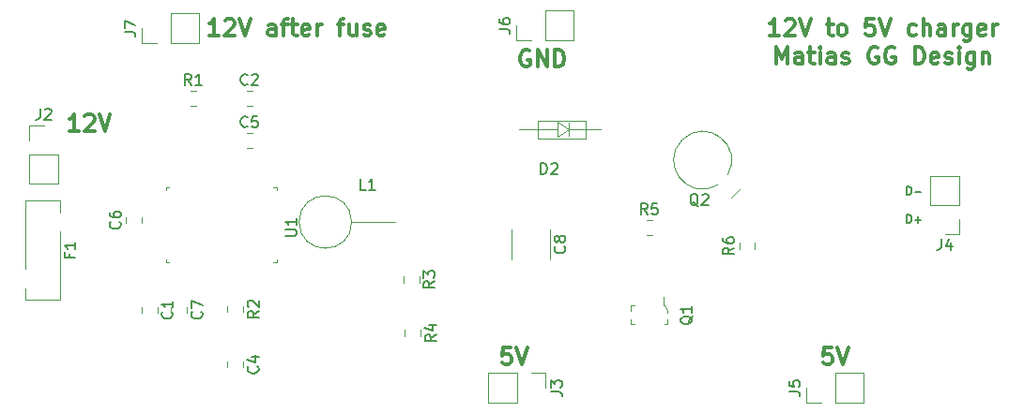
<source format=gbr>
G04 #@! TF.GenerationSoftware,KiCad,Pcbnew,5.1.4-e60b266~84~ubuntu18.04.1*
G04 #@! TF.CreationDate,2019-09-29T22:34:52+02:00*
G04 #@! TF.ProjectId,Circuit,43697263-7569-4742-9e6b-696361645f70,rev?*
G04 #@! TF.SameCoordinates,Original*
G04 #@! TF.FileFunction,Legend,Top*
G04 #@! TF.FilePolarity,Positive*
%FSLAX46Y46*%
G04 Gerber Fmt 4.6, Leading zero omitted, Abs format (unit mm)*
G04 Created by KiCad (PCBNEW 5.1.4-e60b266~84~ubuntu18.04.1) date 2019-09-29 22:34:52*
%MOMM*%
%LPD*%
G04 APERTURE LIST*
%ADD10C,0.300000*%
%ADD11C,0.187500*%
%ADD12C,0.120000*%
%ADD13C,0.100000*%
%ADD14C,0.150000*%
G04 APERTURE END LIST*
D10*
X92750571Y-87292571D02*
X91893428Y-87292571D01*
X92322000Y-87292571D02*
X92322000Y-85792571D01*
X92179142Y-86006857D01*
X92036285Y-86149714D01*
X91893428Y-86221142D01*
X93322000Y-85935428D02*
X93393428Y-85864000D01*
X93536285Y-85792571D01*
X93893428Y-85792571D01*
X94036285Y-85864000D01*
X94107714Y-85935428D01*
X94179142Y-86078285D01*
X94179142Y-86221142D01*
X94107714Y-86435428D01*
X93250571Y-87292571D01*
X94179142Y-87292571D01*
X94607714Y-85792571D02*
X95107714Y-87292571D01*
X95607714Y-85792571D01*
X97893428Y-87292571D02*
X97893428Y-86506857D01*
X97822000Y-86364000D01*
X97679142Y-86292571D01*
X97393428Y-86292571D01*
X97250571Y-86364000D01*
X97893428Y-87221142D02*
X97750571Y-87292571D01*
X97393428Y-87292571D01*
X97250571Y-87221142D01*
X97179142Y-87078285D01*
X97179142Y-86935428D01*
X97250571Y-86792571D01*
X97393428Y-86721142D01*
X97750571Y-86721142D01*
X97893428Y-86649714D01*
X98393428Y-86292571D02*
X98964857Y-86292571D01*
X98607714Y-87292571D02*
X98607714Y-86006857D01*
X98679142Y-85864000D01*
X98822000Y-85792571D01*
X98964857Y-85792571D01*
X99250571Y-86292571D02*
X99822000Y-86292571D01*
X99464857Y-85792571D02*
X99464857Y-87078285D01*
X99536285Y-87221142D01*
X99679142Y-87292571D01*
X99822000Y-87292571D01*
X100893428Y-87221142D02*
X100750571Y-87292571D01*
X100464857Y-87292571D01*
X100322000Y-87221142D01*
X100250571Y-87078285D01*
X100250571Y-86506857D01*
X100322000Y-86364000D01*
X100464857Y-86292571D01*
X100750571Y-86292571D01*
X100893428Y-86364000D01*
X100964857Y-86506857D01*
X100964857Y-86649714D01*
X100250571Y-86792571D01*
X101607714Y-87292571D02*
X101607714Y-86292571D01*
X101607714Y-86578285D02*
X101679142Y-86435428D01*
X101750571Y-86364000D01*
X101893428Y-86292571D01*
X102036285Y-86292571D01*
X103464857Y-86292571D02*
X104036285Y-86292571D01*
X103679142Y-87292571D02*
X103679142Y-86006857D01*
X103750571Y-85864000D01*
X103893428Y-85792571D01*
X104036285Y-85792571D01*
X105179142Y-86292571D02*
X105179142Y-87292571D01*
X104536285Y-86292571D02*
X104536285Y-87078285D01*
X104607714Y-87221142D01*
X104750571Y-87292571D01*
X104964857Y-87292571D01*
X105107714Y-87221142D01*
X105179142Y-87149714D01*
X105822000Y-87221142D02*
X105964857Y-87292571D01*
X106250571Y-87292571D01*
X106393428Y-87221142D01*
X106464857Y-87078285D01*
X106464857Y-87006857D01*
X106393428Y-86864000D01*
X106250571Y-86792571D01*
X106036285Y-86792571D01*
X105893428Y-86721142D01*
X105822000Y-86578285D01*
X105822000Y-86506857D01*
X105893428Y-86364000D01*
X106036285Y-86292571D01*
X106250571Y-86292571D01*
X106393428Y-86364000D01*
X107679142Y-87221142D02*
X107536285Y-87292571D01*
X107250571Y-87292571D01*
X107107714Y-87221142D01*
X107036285Y-87078285D01*
X107036285Y-86506857D01*
X107107714Y-86364000D01*
X107250571Y-86292571D01*
X107536285Y-86292571D01*
X107679142Y-86364000D01*
X107750571Y-86506857D01*
X107750571Y-86649714D01*
X107036285Y-86792571D01*
D11*
X154787285Y-104225285D02*
X154787285Y-103475285D01*
X154965857Y-103475285D01*
X155073000Y-103511000D01*
X155144428Y-103582428D01*
X155180142Y-103653857D01*
X155215857Y-103796714D01*
X155215857Y-103903857D01*
X155180142Y-104046714D01*
X155144428Y-104118142D01*
X155073000Y-104189571D01*
X154965857Y-104225285D01*
X154787285Y-104225285D01*
X155537285Y-103939571D02*
X156108714Y-103939571D01*
X155823000Y-104225285D02*
X155823000Y-103653857D01*
X154787285Y-101685285D02*
X154787285Y-100935285D01*
X154965857Y-100935285D01*
X155073000Y-100971000D01*
X155144428Y-101042428D01*
X155180142Y-101113857D01*
X155215857Y-101256714D01*
X155215857Y-101363857D01*
X155180142Y-101506714D01*
X155144428Y-101578142D01*
X155073000Y-101649571D01*
X154965857Y-101685285D01*
X154787285Y-101685285D01*
X155537285Y-101399571D02*
X156108714Y-101399571D01*
D10*
X148050285Y-115510571D02*
X147336000Y-115510571D01*
X147264571Y-116224857D01*
X147336000Y-116153428D01*
X147478857Y-116082000D01*
X147836000Y-116082000D01*
X147978857Y-116153428D01*
X148050285Y-116224857D01*
X148121714Y-116367714D01*
X148121714Y-116724857D01*
X148050285Y-116867714D01*
X147978857Y-116939142D01*
X147836000Y-117010571D01*
X147478857Y-117010571D01*
X147336000Y-116939142D01*
X147264571Y-116867714D01*
X148550285Y-115510571D02*
X149050285Y-117010571D01*
X149550285Y-115510571D01*
X119094285Y-115510571D02*
X118380000Y-115510571D01*
X118308571Y-116224857D01*
X118380000Y-116153428D01*
X118522857Y-116082000D01*
X118880000Y-116082000D01*
X119022857Y-116153428D01*
X119094285Y-116224857D01*
X119165714Y-116367714D01*
X119165714Y-116724857D01*
X119094285Y-116867714D01*
X119022857Y-116939142D01*
X118880000Y-117010571D01*
X118522857Y-117010571D01*
X118380000Y-116939142D01*
X118308571Y-116867714D01*
X119594285Y-115510571D02*
X120094285Y-117010571D01*
X120594285Y-115510571D01*
X120777142Y-88658000D02*
X120634285Y-88586571D01*
X120420000Y-88586571D01*
X120205714Y-88658000D01*
X120062857Y-88800857D01*
X119991428Y-88943714D01*
X119920000Y-89229428D01*
X119920000Y-89443714D01*
X119991428Y-89729428D01*
X120062857Y-89872285D01*
X120205714Y-90015142D01*
X120420000Y-90086571D01*
X120562857Y-90086571D01*
X120777142Y-90015142D01*
X120848571Y-89943714D01*
X120848571Y-89443714D01*
X120562857Y-89443714D01*
X121491428Y-90086571D02*
X121491428Y-88586571D01*
X122348571Y-90086571D01*
X122348571Y-88586571D01*
X123062857Y-90086571D02*
X123062857Y-88586571D01*
X123420000Y-88586571D01*
X123634285Y-88658000D01*
X123777142Y-88800857D01*
X123848571Y-88943714D01*
X123920000Y-89229428D01*
X123920000Y-89443714D01*
X123848571Y-89729428D01*
X123777142Y-89872285D01*
X123634285Y-90015142D01*
X123420000Y-90086571D01*
X123062857Y-90086571D01*
X80097428Y-95928571D02*
X79240285Y-95928571D01*
X79668857Y-95928571D02*
X79668857Y-94428571D01*
X79526000Y-94642857D01*
X79383142Y-94785714D01*
X79240285Y-94857142D01*
X80668857Y-94571428D02*
X80740285Y-94500000D01*
X80883142Y-94428571D01*
X81240285Y-94428571D01*
X81383142Y-94500000D01*
X81454571Y-94571428D01*
X81526000Y-94714285D01*
X81526000Y-94857142D01*
X81454571Y-95071428D01*
X80597428Y-95928571D01*
X81526000Y-95928571D01*
X81954571Y-94428571D02*
X82454571Y-95928571D01*
X82954571Y-94428571D01*
X143046857Y-89832571D02*
X143046857Y-88332571D01*
X143546857Y-89404000D01*
X144046857Y-88332571D01*
X144046857Y-89832571D01*
X145404000Y-89832571D02*
X145404000Y-89046857D01*
X145332571Y-88904000D01*
X145189714Y-88832571D01*
X144904000Y-88832571D01*
X144761142Y-88904000D01*
X145404000Y-89761142D02*
X145261142Y-89832571D01*
X144904000Y-89832571D01*
X144761142Y-89761142D01*
X144689714Y-89618285D01*
X144689714Y-89475428D01*
X144761142Y-89332571D01*
X144904000Y-89261142D01*
X145261142Y-89261142D01*
X145404000Y-89189714D01*
X145904000Y-88832571D02*
X146475428Y-88832571D01*
X146118285Y-88332571D02*
X146118285Y-89618285D01*
X146189714Y-89761142D01*
X146332571Y-89832571D01*
X146475428Y-89832571D01*
X146975428Y-89832571D02*
X146975428Y-88832571D01*
X146975428Y-88332571D02*
X146904000Y-88404000D01*
X146975428Y-88475428D01*
X147046857Y-88404000D01*
X146975428Y-88332571D01*
X146975428Y-88475428D01*
X148332571Y-89832571D02*
X148332571Y-89046857D01*
X148261142Y-88904000D01*
X148118285Y-88832571D01*
X147832571Y-88832571D01*
X147689714Y-88904000D01*
X148332571Y-89761142D02*
X148189714Y-89832571D01*
X147832571Y-89832571D01*
X147689714Y-89761142D01*
X147618285Y-89618285D01*
X147618285Y-89475428D01*
X147689714Y-89332571D01*
X147832571Y-89261142D01*
X148189714Y-89261142D01*
X148332571Y-89189714D01*
X148975428Y-89761142D02*
X149118285Y-89832571D01*
X149404000Y-89832571D01*
X149546857Y-89761142D01*
X149618285Y-89618285D01*
X149618285Y-89546857D01*
X149546857Y-89404000D01*
X149404000Y-89332571D01*
X149189714Y-89332571D01*
X149046857Y-89261142D01*
X148975428Y-89118285D01*
X148975428Y-89046857D01*
X149046857Y-88904000D01*
X149189714Y-88832571D01*
X149404000Y-88832571D01*
X149546857Y-88904000D01*
X152189714Y-88404000D02*
X152046857Y-88332571D01*
X151832571Y-88332571D01*
X151618285Y-88404000D01*
X151475428Y-88546857D01*
X151404000Y-88689714D01*
X151332571Y-88975428D01*
X151332571Y-89189714D01*
X151404000Y-89475428D01*
X151475428Y-89618285D01*
X151618285Y-89761142D01*
X151832571Y-89832571D01*
X151975428Y-89832571D01*
X152189714Y-89761142D01*
X152261142Y-89689714D01*
X152261142Y-89189714D01*
X151975428Y-89189714D01*
X153689714Y-88404000D02*
X153546857Y-88332571D01*
X153332571Y-88332571D01*
X153118285Y-88404000D01*
X152975428Y-88546857D01*
X152904000Y-88689714D01*
X152832571Y-88975428D01*
X152832571Y-89189714D01*
X152904000Y-89475428D01*
X152975428Y-89618285D01*
X153118285Y-89761142D01*
X153332571Y-89832571D01*
X153475428Y-89832571D01*
X153689714Y-89761142D01*
X153761142Y-89689714D01*
X153761142Y-89189714D01*
X153475428Y-89189714D01*
X155546857Y-89832571D02*
X155546857Y-88332571D01*
X155904000Y-88332571D01*
X156118285Y-88404000D01*
X156261142Y-88546857D01*
X156332571Y-88689714D01*
X156404000Y-88975428D01*
X156404000Y-89189714D01*
X156332571Y-89475428D01*
X156261142Y-89618285D01*
X156118285Y-89761142D01*
X155904000Y-89832571D01*
X155546857Y-89832571D01*
X157618285Y-89761142D02*
X157475428Y-89832571D01*
X157189714Y-89832571D01*
X157046857Y-89761142D01*
X156975428Y-89618285D01*
X156975428Y-89046857D01*
X157046857Y-88904000D01*
X157189714Y-88832571D01*
X157475428Y-88832571D01*
X157618285Y-88904000D01*
X157689714Y-89046857D01*
X157689714Y-89189714D01*
X156975428Y-89332571D01*
X158261142Y-89761142D02*
X158404000Y-89832571D01*
X158689714Y-89832571D01*
X158832571Y-89761142D01*
X158904000Y-89618285D01*
X158904000Y-89546857D01*
X158832571Y-89404000D01*
X158689714Y-89332571D01*
X158475428Y-89332571D01*
X158332571Y-89261142D01*
X158261142Y-89118285D01*
X158261142Y-89046857D01*
X158332571Y-88904000D01*
X158475428Y-88832571D01*
X158689714Y-88832571D01*
X158832571Y-88904000D01*
X159546857Y-89832571D02*
X159546857Y-88832571D01*
X159546857Y-88332571D02*
X159475428Y-88404000D01*
X159546857Y-88475428D01*
X159618285Y-88404000D01*
X159546857Y-88332571D01*
X159546857Y-88475428D01*
X160904000Y-88832571D02*
X160904000Y-90046857D01*
X160832571Y-90189714D01*
X160761142Y-90261142D01*
X160618285Y-90332571D01*
X160404000Y-90332571D01*
X160261142Y-90261142D01*
X160904000Y-89761142D02*
X160761142Y-89832571D01*
X160475428Y-89832571D01*
X160332571Y-89761142D01*
X160261142Y-89689714D01*
X160189714Y-89546857D01*
X160189714Y-89118285D01*
X160261142Y-88975428D01*
X160332571Y-88904000D01*
X160475428Y-88832571D01*
X160761142Y-88832571D01*
X160904000Y-88904000D01*
X161618285Y-88832571D02*
X161618285Y-89832571D01*
X161618285Y-88975428D02*
X161689714Y-88904000D01*
X161832571Y-88832571D01*
X162046857Y-88832571D01*
X162189714Y-88904000D01*
X162261142Y-89046857D01*
X162261142Y-89832571D01*
X143296857Y-87292571D02*
X142439714Y-87292571D01*
X142868285Y-87292571D02*
X142868285Y-85792571D01*
X142725428Y-86006857D01*
X142582571Y-86149714D01*
X142439714Y-86221142D01*
X143868285Y-85935428D02*
X143939714Y-85864000D01*
X144082571Y-85792571D01*
X144439714Y-85792571D01*
X144582571Y-85864000D01*
X144654000Y-85935428D01*
X144725428Y-86078285D01*
X144725428Y-86221142D01*
X144654000Y-86435428D01*
X143796857Y-87292571D01*
X144725428Y-87292571D01*
X145154000Y-85792571D02*
X145654000Y-87292571D01*
X146154000Y-85792571D01*
X147582571Y-86292571D02*
X148154000Y-86292571D01*
X147796857Y-85792571D02*
X147796857Y-87078285D01*
X147868285Y-87221142D01*
X148011142Y-87292571D01*
X148154000Y-87292571D01*
X148868285Y-87292571D02*
X148725428Y-87221142D01*
X148654000Y-87149714D01*
X148582571Y-87006857D01*
X148582571Y-86578285D01*
X148654000Y-86435428D01*
X148725428Y-86364000D01*
X148868285Y-86292571D01*
X149082571Y-86292571D01*
X149225428Y-86364000D01*
X149296857Y-86435428D01*
X149368285Y-86578285D01*
X149368285Y-87006857D01*
X149296857Y-87149714D01*
X149225428Y-87221142D01*
X149082571Y-87292571D01*
X148868285Y-87292571D01*
X151868285Y-85792571D02*
X151154000Y-85792571D01*
X151082571Y-86506857D01*
X151154000Y-86435428D01*
X151296857Y-86364000D01*
X151654000Y-86364000D01*
X151796857Y-86435428D01*
X151868285Y-86506857D01*
X151939714Y-86649714D01*
X151939714Y-87006857D01*
X151868285Y-87149714D01*
X151796857Y-87221142D01*
X151654000Y-87292571D01*
X151296857Y-87292571D01*
X151154000Y-87221142D01*
X151082571Y-87149714D01*
X152368285Y-85792571D02*
X152868285Y-87292571D01*
X153368285Y-85792571D01*
X155654000Y-87221142D02*
X155511142Y-87292571D01*
X155225428Y-87292571D01*
X155082571Y-87221142D01*
X155011142Y-87149714D01*
X154939714Y-87006857D01*
X154939714Y-86578285D01*
X155011142Y-86435428D01*
X155082571Y-86364000D01*
X155225428Y-86292571D01*
X155511142Y-86292571D01*
X155654000Y-86364000D01*
X156296857Y-87292571D02*
X156296857Y-85792571D01*
X156939714Y-87292571D02*
X156939714Y-86506857D01*
X156868285Y-86364000D01*
X156725428Y-86292571D01*
X156511142Y-86292571D01*
X156368285Y-86364000D01*
X156296857Y-86435428D01*
X158296857Y-87292571D02*
X158296857Y-86506857D01*
X158225428Y-86364000D01*
X158082571Y-86292571D01*
X157796857Y-86292571D01*
X157654000Y-86364000D01*
X158296857Y-87221142D02*
X158154000Y-87292571D01*
X157796857Y-87292571D01*
X157654000Y-87221142D01*
X157582571Y-87078285D01*
X157582571Y-86935428D01*
X157654000Y-86792571D01*
X157796857Y-86721142D01*
X158154000Y-86721142D01*
X158296857Y-86649714D01*
X159011142Y-87292571D02*
X159011142Y-86292571D01*
X159011142Y-86578285D02*
X159082571Y-86435428D01*
X159154000Y-86364000D01*
X159296857Y-86292571D01*
X159439714Y-86292571D01*
X160582571Y-86292571D02*
X160582571Y-87506857D01*
X160511142Y-87649714D01*
X160439714Y-87721142D01*
X160296857Y-87792571D01*
X160082571Y-87792571D01*
X159939714Y-87721142D01*
X160582571Y-87221142D02*
X160439714Y-87292571D01*
X160154000Y-87292571D01*
X160011142Y-87221142D01*
X159939714Y-87149714D01*
X159868285Y-87006857D01*
X159868285Y-86578285D01*
X159939714Y-86435428D01*
X160011142Y-86364000D01*
X160154000Y-86292571D01*
X160439714Y-86292571D01*
X160582571Y-86364000D01*
X161868285Y-87221142D02*
X161725428Y-87292571D01*
X161439714Y-87292571D01*
X161296857Y-87221142D01*
X161225428Y-87078285D01*
X161225428Y-86506857D01*
X161296857Y-86364000D01*
X161439714Y-86292571D01*
X161725428Y-86292571D01*
X161868285Y-86364000D01*
X161939714Y-86506857D01*
X161939714Y-86649714D01*
X161225428Y-86792571D01*
X162582571Y-87292571D02*
X162582571Y-86292571D01*
X162582571Y-86578285D02*
X162654000Y-86435428D01*
X162725428Y-86364000D01*
X162868285Y-86292571D01*
X163011142Y-86292571D01*
D12*
G04 #@! TO.C,J7*
X85792000Y-87944000D02*
X85792000Y-86614000D01*
X87122000Y-87944000D02*
X85792000Y-87944000D01*
X88392000Y-87944000D02*
X88392000Y-85284000D01*
X88392000Y-85284000D02*
X90992000Y-85284000D01*
X88392000Y-87944000D02*
X90992000Y-87944000D01*
X90992000Y-87944000D02*
X90992000Y-85284000D01*
G04 #@! TO.C,F1*
X78470000Y-111190000D02*
X75270000Y-111190000D01*
X78470000Y-102189000D02*
X75270000Y-102189000D01*
X75270000Y-110119000D02*
X75270000Y-111190000D01*
X75270000Y-102189000D02*
X75270000Y-108362000D01*
X78470000Y-105019000D02*
X78470000Y-111190000D01*
X78470000Y-102189000D02*
X78470000Y-103261000D01*
G04 #@! TO.C,J5*
X145736000Y-120456000D02*
X145736000Y-119126000D01*
X147066000Y-120456000D02*
X145736000Y-120456000D01*
X148336000Y-120456000D02*
X148336000Y-117796000D01*
X148336000Y-117796000D02*
X150936000Y-117796000D01*
X148336000Y-120456000D02*
X150936000Y-120456000D01*
X150936000Y-120456000D02*
X150936000Y-117796000D01*
G04 #@! TO.C,J6*
X119574000Y-87690000D02*
X119574000Y-86360000D01*
X120904000Y-87690000D02*
X119574000Y-87690000D01*
X122174000Y-87690000D02*
X122174000Y-85030000D01*
X122174000Y-85030000D02*
X124774000Y-85030000D01*
X122174000Y-87690000D02*
X124774000Y-87690000D01*
X124774000Y-87690000D02*
X124774000Y-85030000D01*
G04 #@! TO.C,J4*
X159572000Y-105216000D02*
X158242000Y-105216000D01*
X159572000Y-103886000D02*
X159572000Y-105216000D01*
X159572000Y-102616000D02*
X156912000Y-102616000D01*
X156912000Y-102616000D02*
X156912000Y-100016000D01*
X159572000Y-102616000D02*
X159572000Y-100016000D01*
X159572000Y-100016000D02*
X156912000Y-100016000D01*
G04 #@! TO.C,J3*
X122234000Y-117796000D02*
X122234000Y-119126000D01*
X120904000Y-117796000D02*
X122234000Y-117796000D01*
X119634000Y-117796000D02*
X119634000Y-120456000D01*
X119634000Y-120456000D02*
X117034000Y-120456000D01*
X119634000Y-117796000D02*
X117034000Y-117796000D01*
X117034000Y-117796000D02*
X117034000Y-120456000D01*
G04 #@! TO.C,J2*
X75632000Y-95444000D02*
X76962000Y-95444000D01*
X75632000Y-96774000D02*
X75632000Y-95444000D01*
X75632000Y-98044000D02*
X78292000Y-98044000D01*
X78292000Y-98044000D02*
X78292000Y-100644000D01*
X75632000Y-98044000D02*
X75632000Y-100644000D01*
X75632000Y-100644000D02*
X78292000Y-100644000D01*
G04 #@! TO.C,C8*
X119194000Y-104785748D02*
X119194000Y-107558252D01*
X122614000Y-104785748D02*
X122614000Y-107558252D01*
G04 #@! TO.C,C7*
X88444000Y-111820422D02*
X88444000Y-112337578D01*
X89864000Y-111820422D02*
X89864000Y-112337578D01*
G04 #@! TO.C,C6*
X85800000Y-104209578D02*
X85800000Y-103692422D01*
X84380000Y-104209578D02*
X84380000Y-103692422D01*
G04 #@! TO.C,C5*
X95245422Y-97484000D02*
X95762578Y-97484000D01*
X95245422Y-96064000D02*
X95762578Y-96064000D01*
G04 #@! TO.C,C4*
X93524000Y-116770422D02*
X93524000Y-117287578D01*
X94944000Y-116770422D02*
X94944000Y-117287578D01*
G04 #@! TO.C,C2*
X95245422Y-93674000D02*
X95762578Y-93674000D01*
X95245422Y-92254000D02*
X95762578Y-92254000D01*
G04 #@! TO.C,C1*
X85777000Y-111817422D02*
X85777000Y-112334578D01*
X87197000Y-111817422D02*
X87197000Y-112334578D01*
G04 #@! TO.C,R1*
X90162748Y-93674000D02*
X90685252Y-93674000D01*
X90162748Y-92254000D02*
X90685252Y-92254000D01*
D13*
G04 #@! TO.C,D2*
X124324000Y-95758000D02*
X124324000Y-95158000D01*
X124324000Y-95758000D02*
X124324000Y-96358000D01*
X124324000Y-95758000D02*
X125024000Y-95758000D01*
X121524000Y-95758000D02*
X123324000Y-95758000D01*
X123324000Y-96458000D02*
X123324000Y-95058000D01*
X123324000Y-95058000D02*
X124324000Y-95758000D01*
X124324000Y-95758000D02*
X123324000Y-96458000D01*
X125024000Y-95758000D02*
X125824000Y-95758000D01*
X119824000Y-95758000D02*
X121524000Y-95758000D01*
X125824000Y-95758000D02*
X125824000Y-94958000D01*
X125824000Y-94958000D02*
X121524000Y-94958000D01*
X121524000Y-94958000D02*
X121524000Y-95758000D01*
X127224000Y-95758000D02*
X125824000Y-95758000D01*
X125824000Y-95758000D02*
X125824000Y-96558000D01*
X125824000Y-96558000D02*
X121524000Y-96558000D01*
X121524000Y-96558000D02*
X121524000Y-95758000D01*
D12*
G04 #@! TO.C,L1*
X104732000Y-104140000D02*
G75*
G03X104732000Y-104140000I-2370000J0D01*
G01*
X104732000Y-104140000D02*
X108682000Y-104140000D01*
D13*
G04 #@! TO.C,Q1*
X133222000Y-112347000D02*
X133222000Y-112072000D01*
X133222000Y-112072000D02*
X132947000Y-111697000D01*
X132947000Y-111697000D02*
X132897000Y-111697000D01*
X132897000Y-111697000D02*
X132897000Y-110922000D01*
X129922000Y-112172000D02*
X129922000Y-111697000D01*
X129922000Y-111697000D02*
X130272000Y-111697000D01*
X130147000Y-113347000D02*
X130272000Y-113347000D01*
X130222000Y-113347000D02*
X129922000Y-113347000D01*
X129922000Y-113347000D02*
X129922000Y-112897000D01*
X133222000Y-112972000D02*
X133222000Y-113347000D01*
X133222000Y-113347000D02*
X132922000Y-113347000D01*
G04 #@! TO.C,Q2*
X139823000Y-101102000D02*
X138973000Y-101927000D01*
X137723522Y-100801693D02*
G75*
G02X138648000Y-99877000I-1325522J2249693D01*
G01*
D12*
G04 #@! TO.C,R6*
X139688500Y-106560252D02*
X139688500Y-106037748D01*
X141108500Y-106560252D02*
X141108500Y-106037748D01*
G04 #@! TO.C,R5*
X131310748Y-105358000D02*
X131833252Y-105358000D01*
X131310748Y-103938000D02*
X131833252Y-103938000D01*
G04 #@! TO.C,R2*
X94944000Y-111752748D02*
X94944000Y-112275252D01*
X93524000Y-111752748D02*
X93524000Y-112275252D01*
G04 #@! TO.C,R3*
X110819000Y-109076748D02*
X110819000Y-109599252D01*
X109399000Y-109076748D02*
X109399000Y-109599252D01*
G04 #@! TO.C,R4*
X109526000Y-113902748D02*
X109526000Y-114425252D01*
X110946000Y-113902748D02*
X110946000Y-114425252D01*
D13*
G04 #@! TO.C,U1*
X97674000Y-100984000D02*
X97974000Y-100984000D01*
X97974000Y-100984000D02*
X97974000Y-101284000D01*
X97674000Y-107784000D02*
X97974000Y-107784000D01*
X97974000Y-107784000D02*
X97974000Y-107484000D01*
X88274000Y-107784000D02*
X87974000Y-107784000D01*
X87974000Y-107784000D02*
X87974000Y-107484000D01*
X88274000Y-100984000D02*
X87974000Y-100984000D01*
X87974000Y-100984000D02*
X87974000Y-101284000D01*
G04 #@! TO.C,J7*
D14*
X84244380Y-86947333D02*
X84958666Y-86947333D01*
X85101523Y-86994952D01*
X85196761Y-87090190D01*
X85244380Y-87233047D01*
X85244380Y-87328285D01*
X84244380Y-86566380D02*
X84244380Y-85899714D01*
X85244380Y-86328285D01*
G04 #@! TO.C,F1*
X79298571Y-107023333D02*
X79298571Y-107356666D01*
X79822380Y-107356666D02*
X78822380Y-107356666D01*
X78822380Y-106880476D01*
X79822380Y-105975714D02*
X79822380Y-106547142D01*
X79822380Y-106261428D02*
X78822380Y-106261428D01*
X78965238Y-106356666D01*
X79060476Y-106451904D01*
X79108095Y-106547142D01*
G04 #@! TO.C,J5*
X144188380Y-119459333D02*
X144902666Y-119459333D01*
X145045523Y-119506952D01*
X145140761Y-119602190D01*
X145188380Y-119745047D01*
X145188380Y-119840285D01*
X144188380Y-118506952D02*
X144188380Y-118983142D01*
X144664571Y-119030761D01*
X144616952Y-118983142D01*
X144569333Y-118887904D01*
X144569333Y-118649809D01*
X144616952Y-118554571D01*
X144664571Y-118506952D01*
X144759809Y-118459333D01*
X144997904Y-118459333D01*
X145093142Y-118506952D01*
X145140761Y-118554571D01*
X145188380Y-118649809D01*
X145188380Y-118887904D01*
X145140761Y-118983142D01*
X145093142Y-119030761D01*
G04 #@! TO.C,J6*
X118026380Y-86693333D02*
X118740666Y-86693333D01*
X118883523Y-86740952D01*
X118978761Y-86836190D01*
X119026380Y-86979047D01*
X119026380Y-87074285D01*
X118026380Y-85788571D02*
X118026380Y-85979047D01*
X118074000Y-86074285D01*
X118121619Y-86121904D01*
X118264476Y-86217142D01*
X118454952Y-86264761D01*
X118835904Y-86264761D01*
X118931142Y-86217142D01*
X118978761Y-86169523D01*
X119026380Y-86074285D01*
X119026380Y-85883809D01*
X118978761Y-85788571D01*
X118931142Y-85740952D01*
X118835904Y-85693333D01*
X118597809Y-85693333D01*
X118502571Y-85740952D01*
X118454952Y-85788571D01*
X118407333Y-85883809D01*
X118407333Y-86074285D01*
X118454952Y-86169523D01*
X118502571Y-86217142D01*
X118597809Y-86264761D01*
G04 #@! TO.C,J4*
X157908666Y-105668380D02*
X157908666Y-106382666D01*
X157861047Y-106525523D01*
X157765809Y-106620761D01*
X157622952Y-106668380D01*
X157527714Y-106668380D01*
X158813428Y-106001714D02*
X158813428Y-106668380D01*
X158575333Y-105620761D02*
X158337238Y-106335047D01*
X158956285Y-106335047D01*
G04 #@! TO.C,J3*
X122686380Y-119459333D02*
X123400666Y-119459333D01*
X123543523Y-119506952D01*
X123638761Y-119602190D01*
X123686380Y-119745047D01*
X123686380Y-119840285D01*
X122686380Y-119078380D02*
X122686380Y-118459333D01*
X123067333Y-118792666D01*
X123067333Y-118649809D01*
X123114952Y-118554571D01*
X123162571Y-118506952D01*
X123257809Y-118459333D01*
X123495904Y-118459333D01*
X123591142Y-118506952D01*
X123638761Y-118554571D01*
X123686380Y-118649809D01*
X123686380Y-118935523D01*
X123638761Y-119030761D01*
X123591142Y-119078380D01*
G04 #@! TO.C,J2*
X76628666Y-93896380D02*
X76628666Y-94610666D01*
X76581047Y-94753523D01*
X76485809Y-94848761D01*
X76342952Y-94896380D01*
X76247714Y-94896380D01*
X77057238Y-93991619D02*
X77104857Y-93944000D01*
X77200095Y-93896380D01*
X77438190Y-93896380D01*
X77533428Y-93944000D01*
X77581047Y-93991619D01*
X77628666Y-94086857D01*
X77628666Y-94182095D01*
X77581047Y-94324952D01*
X77009619Y-94896380D01*
X77628666Y-94896380D01*
G04 #@! TO.C,C8*
X123911142Y-106338666D02*
X123958761Y-106386285D01*
X124006380Y-106529142D01*
X124006380Y-106624380D01*
X123958761Y-106767238D01*
X123863523Y-106862476D01*
X123768285Y-106910095D01*
X123577809Y-106957714D01*
X123434952Y-106957714D01*
X123244476Y-106910095D01*
X123149238Y-106862476D01*
X123054000Y-106767238D01*
X123006380Y-106624380D01*
X123006380Y-106529142D01*
X123054000Y-106386285D01*
X123101619Y-106338666D01*
X123434952Y-105767238D02*
X123387333Y-105862476D01*
X123339714Y-105910095D01*
X123244476Y-105957714D01*
X123196857Y-105957714D01*
X123101619Y-105910095D01*
X123054000Y-105862476D01*
X123006380Y-105767238D01*
X123006380Y-105576761D01*
X123054000Y-105481523D01*
X123101619Y-105433904D01*
X123196857Y-105386285D01*
X123244476Y-105386285D01*
X123339714Y-105433904D01*
X123387333Y-105481523D01*
X123434952Y-105576761D01*
X123434952Y-105767238D01*
X123482571Y-105862476D01*
X123530190Y-105910095D01*
X123625428Y-105957714D01*
X123815904Y-105957714D01*
X123911142Y-105910095D01*
X123958761Y-105862476D01*
X124006380Y-105767238D01*
X124006380Y-105576761D01*
X123958761Y-105481523D01*
X123911142Y-105433904D01*
X123815904Y-105386285D01*
X123625428Y-105386285D01*
X123530190Y-105433904D01*
X123482571Y-105481523D01*
X123434952Y-105576761D01*
G04 #@! TO.C,C7*
X91161142Y-112245666D02*
X91208761Y-112293285D01*
X91256380Y-112436142D01*
X91256380Y-112531380D01*
X91208761Y-112674238D01*
X91113523Y-112769476D01*
X91018285Y-112817095D01*
X90827809Y-112864714D01*
X90684952Y-112864714D01*
X90494476Y-112817095D01*
X90399238Y-112769476D01*
X90304000Y-112674238D01*
X90256380Y-112531380D01*
X90256380Y-112436142D01*
X90304000Y-112293285D01*
X90351619Y-112245666D01*
X90256380Y-111912333D02*
X90256380Y-111245666D01*
X91256380Y-111674238D01*
G04 #@! TO.C,C6*
X83797142Y-104117666D02*
X83844761Y-104165285D01*
X83892380Y-104308142D01*
X83892380Y-104403380D01*
X83844761Y-104546238D01*
X83749523Y-104641476D01*
X83654285Y-104689095D01*
X83463809Y-104736714D01*
X83320952Y-104736714D01*
X83130476Y-104689095D01*
X83035238Y-104641476D01*
X82940000Y-104546238D01*
X82892380Y-104403380D01*
X82892380Y-104308142D01*
X82940000Y-104165285D01*
X82987619Y-104117666D01*
X82892380Y-103260523D02*
X82892380Y-103451000D01*
X82940000Y-103546238D01*
X82987619Y-103593857D01*
X83130476Y-103689095D01*
X83320952Y-103736714D01*
X83701904Y-103736714D01*
X83797142Y-103689095D01*
X83844761Y-103641476D01*
X83892380Y-103546238D01*
X83892380Y-103355761D01*
X83844761Y-103260523D01*
X83797142Y-103212904D01*
X83701904Y-103165285D01*
X83463809Y-103165285D01*
X83368571Y-103212904D01*
X83320952Y-103260523D01*
X83273333Y-103355761D01*
X83273333Y-103546238D01*
X83320952Y-103641476D01*
X83368571Y-103689095D01*
X83463809Y-103736714D01*
G04 #@! TO.C,C5*
X95337333Y-95481142D02*
X95289714Y-95528761D01*
X95146857Y-95576380D01*
X95051619Y-95576380D01*
X94908761Y-95528761D01*
X94813523Y-95433523D01*
X94765904Y-95338285D01*
X94718285Y-95147809D01*
X94718285Y-95004952D01*
X94765904Y-94814476D01*
X94813523Y-94719238D01*
X94908761Y-94624000D01*
X95051619Y-94576380D01*
X95146857Y-94576380D01*
X95289714Y-94624000D01*
X95337333Y-94671619D01*
X96242095Y-94576380D02*
X95765904Y-94576380D01*
X95718285Y-95052571D01*
X95765904Y-95004952D01*
X95861142Y-94957333D01*
X96099238Y-94957333D01*
X96194476Y-95004952D01*
X96242095Y-95052571D01*
X96289714Y-95147809D01*
X96289714Y-95385904D01*
X96242095Y-95481142D01*
X96194476Y-95528761D01*
X96099238Y-95576380D01*
X95861142Y-95576380D01*
X95765904Y-95528761D01*
X95718285Y-95481142D01*
G04 #@! TO.C,C4*
X96241142Y-117195666D02*
X96288761Y-117243285D01*
X96336380Y-117386142D01*
X96336380Y-117481380D01*
X96288761Y-117624238D01*
X96193523Y-117719476D01*
X96098285Y-117767095D01*
X95907809Y-117814714D01*
X95764952Y-117814714D01*
X95574476Y-117767095D01*
X95479238Y-117719476D01*
X95384000Y-117624238D01*
X95336380Y-117481380D01*
X95336380Y-117386142D01*
X95384000Y-117243285D01*
X95431619Y-117195666D01*
X95669714Y-116338523D02*
X96336380Y-116338523D01*
X95288761Y-116576619D02*
X96003047Y-116814714D01*
X96003047Y-116195666D01*
G04 #@! TO.C,C2*
X95337333Y-91671142D02*
X95289714Y-91718761D01*
X95146857Y-91766380D01*
X95051619Y-91766380D01*
X94908761Y-91718761D01*
X94813523Y-91623523D01*
X94765904Y-91528285D01*
X94718285Y-91337809D01*
X94718285Y-91194952D01*
X94765904Y-91004476D01*
X94813523Y-90909238D01*
X94908761Y-90814000D01*
X95051619Y-90766380D01*
X95146857Y-90766380D01*
X95289714Y-90814000D01*
X95337333Y-90861619D01*
X95718285Y-90861619D02*
X95765904Y-90814000D01*
X95861142Y-90766380D01*
X96099238Y-90766380D01*
X96194476Y-90814000D01*
X96242095Y-90861619D01*
X96289714Y-90956857D01*
X96289714Y-91052095D01*
X96242095Y-91194952D01*
X95670666Y-91766380D01*
X96289714Y-91766380D01*
G04 #@! TO.C,C1*
X88494142Y-112242666D02*
X88541761Y-112290285D01*
X88589380Y-112433142D01*
X88589380Y-112528380D01*
X88541761Y-112671238D01*
X88446523Y-112766476D01*
X88351285Y-112814095D01*
X88160809Y-112861714D01*
X88017952Y-112861714D01*
X87827476Y-112814095D01*
X87732238Y-112766476D01*
X87637000Y-112671238D01*
X87589380Y-112528380D01*
X87589380Y-112433142D01*
X87637000Y-112290285D01*
X87684619Y-112242666D01*
X88589380Y-111290285D02*
X88589380Y-111861714D01*
X88589380Y-111576000D02*
X87589380Y-111576000D01*
X87732238Y-111671238D01*
X87827476Y-111766476D01*
X87875095Y-111861714D01*
G04 #@! TO.C,R1*
X90257333Y-91766380D02*
X89924000Y-91290190D01*
X89685904Y-91766380D02*
X89685904Y-90766380D01*
X90066857Y-90766380D01*
X90162095Y-90814000D01*
X90209714Y-90861619D01*
X90257333Y-90956857D01*
X90257333Y-91099714D01*
X90209714Y-91194952D01*
X90162095Y-91242571D01*
X90066857Y-91290190D01*
X89685904Y-91290190D01*
X91209714Y-91766380D02*
X90638285Y-91766380D01*
X90924000Y-91766380D02*
X90924000Y-90766380D01*
X90828761Y-90909238D01*
X90733523Y-91004476D01*
X90638285Y-91052095D01*
G04 #@! TO.C,D2*
X121785904Y-99810380D02*
X121785904Y-98810380D01*
X122024000Y-98810380D01*
X122166857Y-98858000D01*
X122262095Y-98953238D01*
X122309714Y-99048476D01*
X122357333Y-99238952D01*
X122357333Y-99381809D01*
X122309714Y-99572285D01*
X122262095Y-99667523D01*
X122166857Y-99762761D01*
X122024000Y-99810380D01*
X121785904Y-99810380D01*
X122738285Y-98905619D02*
X122785904Y-98858000D01*
X122881142Y-98810380D01*
X123119238Y-98810380D01*
X123214476Y-98858000D01*
X123262095Y-98905619D01*
X123309714Y-99000857D01*
X123309714Y-99096095D01*
X123262095Y-99238952D01*
X122690666Y-99810380D01*
X123309714Y-99810380D01*
G04 #@! TO.C,L1*
X106005333Y-101222380D02*
X105529142Y-101222380D01*
X105529142Y-100222380D01*
X106862476Y-101222380D02*
X106291047Y-101222380D01*
X106576761Y-101222380D02*
X106576761Y-100222380D01*
X106481523Y-100365238D01*
X106386285Y-100460476D01*
X106291047Y-100508095D01*
G04 #@! TO.C,Q1*
X135494619Y-112642238D02*
X135447000Y-112737476D01*
X135351761Y-112832714D01*
X135208904Y-112975571D01*
X135161285Y-113070809D01*
X135161285Y-113166047D01*
X135399380Y-113118428D02*
X135351761Y-113213666D01*
X135256523Y-113308904D01*
X135066047Y-113356523D01*
X134732714Y-113356523D01*
X134542238Y-113308904D01*
X134447000Y-113213666D01*
X134399380Y-113118428D01*
X134399380Y-112927952D01*
X134447000Y-112832714D01*
X134542238Y-112737476D01*
X134732714Y-112689857D01*
X135066047Y-112689857D01*
X135256523Y-112737476D01*
X135351761Y-112832714D01*
X135399380Y-112927952D01*
X135399380Y-113118428D01*
X135399380Y-111737476D02*
X135399380Y-112308904D01*
X135399380Y-112023190D02*
X134399380Y-112023190D01*
X134542238Y-112118428D01*
X134637476Y-112213666D01*
X134685095Y-112308904D01*
G04 #@! TO.C,Q2*
X136002761Y-102699619D02*
X135907523Y-102652000D01*
X135812285Y-102556761D01*
X135669428Y-102413904D01*
X135574190Y-102366285D01*
X135478952Y-102366285D01*
X135526571Y-102604380D02*
X135431333Y-102556761D01*
X135336095Y-102461523D01*
X135288476Y-102271047D01*
X135288476Y-101937714D01*
X135336095Y-101747238D01*
X135431333Y-101652000D01*
X135526571Y-101604380D01*
X135717047Y-101604380D01*
X135812285Y-101652000D01*
X135907523Y-101747238D01*
X135955142Y-101937714D01*
X135955142Y-102271047D01*
X135907523Y-102461523D01*
X135812285Y-102556761D01*
X135717047Y-102604380D01*
X135526571Y-102604380D01*
X136336095Y-101699619D02*
X136383714Y-101652000D01*
X136478952Y-101604380D01*
X136717047Y-101604380D01*
X136812285Y-101652000D01*
X136859904Y-101699619D01*
X136907523Y-101794857D01*
X136907523Y-101890095D01*
X136859904Y-102032952D01*
X136288476Y-102604380D01*
X136907523Y-102604380D01*
G04 #@! TO.C,R6*
X139200880Y-106465666D02*
X138724690Y-106799000D01*
X139200880Y-107037095D02*
X138200880Y-107037095D01*
X138200880Y-106656142D01*
X138248500Y-106560904D01*
X138296119Y-106513285D01*
X138391357Y-106465666D01*
X138534214Y-106465666D01*
X138629452Y-106513285D01*
X138677071Y-106560904D01*
X138724690Y-106656142D01*
X138724690Y-107037095D01*
X138200880Y-105608523D02*
X138200880Y-105799000D01*
X138248500Y-105894238D01*
X138296119Y-105941857D01*
X138438976Y-106037095D01*
X138629452Y-106084714D01*
X139010404Y-106084714D01*
X139105642Y-106037095D01*
X139153261Y-105989476D01*
X139200880Y-105894238D01*
X139200880Y-105703761D01*
X139153261Y-105608523D01*
X139105642Y-105560904D01*
X139010404Y-105513285D01*
X138772309Y-105513285D01*
X138677071Y-105560904D01*
X138629452Y-105608523D01*
X138581833Y-105703761D01*
X138581833Y-105894238D01*
X138629452Y-105989476D01*
X138677071Y-106037095D01*
X138772309Y-106084714D01*
G04 #@! TO.C,R5*
X131405333Y-103450380D02*
X131072000Y-102974190D01*
X130833904Y-103450380D02*
X130833904Y-102450380D01*
X131214857Y-102450380D01*
X131310095Y-102498000D01*
X131357714Y-102545619D01*
X131405333Y-102640857D01*
X131405333Y-102783714D01*
X131357714Y-102878952D01*
X131310095Y-102926571D01*
X131214857Y-102974190D01*
X130833904Y-102974190D01*
X132310095Y-102450380D02*
X131833904Y-102450380D01*
X131786285Y-102926571D01*
X131833904Y-102878952D01*
X131929142Y-102831333D01*
X132167238Y-102831333D01*
X132262476Y-102878952D01*
X132310095Y-102926571D01*
X132357714Y-103021809D01*
X132357714Y-103259904D01*
X132310095Y-103355142D01*
X132262476Y-103402761D01*
X132167238Y-103450380D01*
X131929142Y-103450380D01*
X131833904Y-103402761D01*
X131786285Y-103355142D01*
G04 #@! TO.C,R2*
X96336380Y-112180666D02*
X95860190Y-112514000D01*
X96336380Y-112752095D02*
X95336380Y-112752095D01*
X95336380Y-112371142D01*
X95384000Y-112275904D01*
X95431619Y-112228285D01*
X95526857Y-112180666D01*
X95669714Y-112180666D01*
X95764952Y-112228285D01*
X95812571Y-112275904D01*
X95860190Y-112371142D01*
X95860190Y-112752095D01*
X95431619Y-111799714D02*
X95384000Y-111752095D01*
X95336380Y-111656857D01*
X95336380Y-111418761D01*
X95384000Y-111323523D01*
X95431619Y-111275904D01*
X95526857Y-111228285D01*
X95622095Y-111228285D01*
X95764952Y-111275904D01*
X96336380Y-111847333D01*
X96336380Y-111228285D01*
G04 #@! TO.C,R3*
X112211380Y-109504666D02*
X111735190Y-109838000D01*
X112211380Y-110076095D02*
X111211380Y-110076095D01*
X111211380Y-109695142D01*
X111259000Y-109599904D01*
X111306619Y-109552285D01*
X111401857Y-109504666D01*
X111544714Y-109504666D01*
X111639952Y-109552285D01*
X111687571Y-109599904D01*
X111735190Y-109695142D01*
X111735190Y-110076095D01*
X111211380Y-109171333D02*
X111211380Y-108552285D01*
X111592333Y-108885619D01*
X111592333Y-108742761D01*
X111639952Y-108647523D01*
X111687571Y-108599904D01*
X111782809Y-108552285D01*
X112020904Y-108552285D01*
X112116142Y-108599904D01*
X112163761Y-108647523D01*
X112211380Y-108742761D01*
X112211380Y-109028476D01*
X112163761Y-109123714D01*
X112116142Y-109171333D01*
G04 #@! TO.C,R4*
X112338380Y-114330666D02*
X111862190Y-114664000D01*
X112338380Y-114902095D02*
X111338380Y-114902095D01*
X111338380Y-114521142D01*
X111386000Y-114425904D01*
X111433619Y-114378285D01*
X111528857Y-114330666D01*
X111671714Y-114330666D01*
X111766952Y-114378285D01*
X111814571Y-114425904D01*
X111862190Y-114521142D01*
X111862190Y-114902095D01*
X111671714Y-113473523D02*
X112338380Y-113473523D01*
X111290761Y-113711619D02*
X112005047Y-113949714D01*
X112005047Y-113330666D01*
G04 #@! TO.C,U1*
X98746380Y-105395904D02*
X99555904Y-105395904D01*
X99651142Y-105348285D01*
X99698761Y-105300666D01*
X99746380Y-105205428D01*
X99746380Y-105014952D01*
X99698761Y-104919714D01*
X99651142Y-104872095D01*
X99555904Y-104824476D01*
X98746380Y-104824476D01*
X99746380Y-103824476D02*
X99746380Y-104395904D01*
X99746380Y-104110190D02*
X98746380Y-104110190D01*
X98889238Y-104205428D01*
X98984476Y-104300666D01*
X99032095Y-104395904D01*
G04 #@! TD*
M02*

</source>
